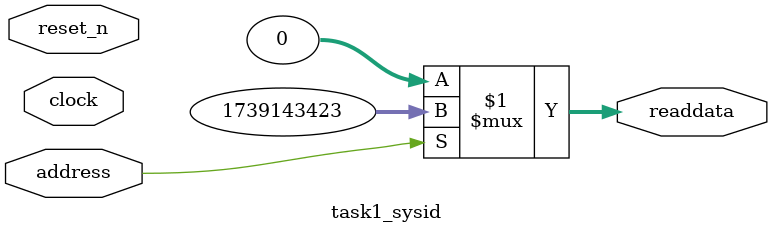
<source format=v>



// synthesis translate_off
`timescale 1ns / 1ps
// synthesis translate_on

// turn off superfluous verilog processor warnings 
// altera message_level Level1 
// altera message_off 10034 10035 10036 10037 10230 10240 10030 

module task1_sysid (
               // inputs:
                address,
                clock,
                reset_n,

               // outputs:
                readdata
             )
;

  output  [ 31: 0] readdata;
  input            address;
  input            clock;
  input            reset_n;

  wire    [ 31: 0] readdata;
  //control_slave, which is an e_avalon_slave
  assign readdata = address ? 1739143423 : 0;

endmodule



</source>
